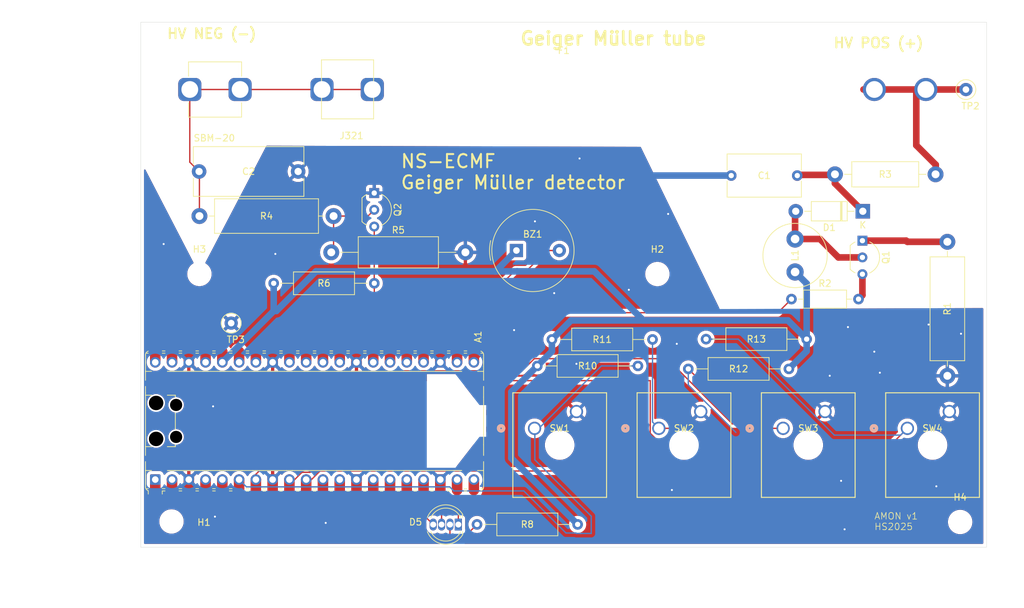
<source format=kicad_pcb>
(kicad_pcb (version 20241229) (generator "pcbnew") (generator_version "9.0")
  (layers (0 "F.Cu" signal) (2 "B.Cu" signal) (13 "F.Paste" user) (15 "B.Paste" user) (5 "F.SilkS" user "F.Silkscreen") (7 "B.SilkS" user "B.Silkscreen") (1 "F.Mask" user) (3 "B.Mask" user) (25 "Edge.Cuts" user))
  (net 0 "")
  (net 5 "GND")
  (net 7 "PWM_HV")
  (net 8 "SW_3")
  (net 9 "+3.3V")
  (net 12 "LED_R")
  (net 14 "SW_2")
  (net 15 "SW_4")
  (net 17 "LED_B")
  (net 19 "SW_1")
  (net 21 "LED_G")
  (net 27 "BUZZER")
  (net 29 "INT_GM")
  (net 30 "Net-(D1-K)")
  (net 31 "HV_tube_-")
  (net 32 "Net-(D1-A)")
  (net 33 "Net-(D5-A)")
  (net 34 "HV_TUBE_+")
  (net 35 "Net-(Q1-E)")
  (net 36 "Net-(Q1-B)")
  (net 37 "Net-(Q2-B)")
  (footprint "MountingHole:MountingHole_3.2mm_M3_ISO14580" (layer "F.Cu") (at 197.2 69.55)
    (property "Reference" "H2")
    (property "Value" "MountingHole")
  )
  (footprint "Resistor_THT:R_Axial_DIN0207_L6.3mm_D2.5mm_P10.16mm_Horizontal" (layer "F.Cu") (at 217.51 73.35)
    (property "Reference" "R2")
    (property "Value" "300")
  )
  (footprint "Module:RaspberryPi_Pico_Common_Unspecified" (layer "F.Cu") (at 145.27 91.82 90)
    (property "Reference" "A1")
    (property "Value" "RaspberryPi_Pico_W")
  )
  (footprint "Resistor_THT:R_Axial_DIN0516_L15.5mm_D5.0mm_P20.32mm_Horizontal" (layer "F.Cu") (at 241.13 64.66 -90)
    (property "Reference" "R1")
    (property "Value" "22")
  )
  (footprint "Fuse:SBM-20_GM_holder" (layer "F.Cu") (at 126.37 41.57)
    (property "Reference" "F1")
    (property "Value" "Fuse_Small")
  )
  (footprint "Resistor_THT:R_Axial_DIN0309_L9.0mm_D3.2mm_P15.24mm_Horizontal" (layer "F.Cu") (at 139.08 70.95)
    (property "Reference" "R6")
    (property "Value" "10k")
  )
  (footprint "TestPoint:TestPoint_Loop_D2.50mm_Drill1.0mm" (layer "F.Cu") (at 243.94 41.58)
    (property "Reference" "TP2")
    (property "Value" "TestPoint")
  )
  (footprint "Capacitor_THT:C_Rect_L16.5mm_W7.3mm_P15.00mm_MKT" (layer "F.Cu") (at 127.78 54)
    (property "Reference" "C2")
    (property "Value" "220pF")
  )
  (footprint "LED_THT:LED_D5.0mm-4_RGB" (layer "F.Cu") (at 167.05 107.53 180)
    (property "Reference" "D5")
    (property "Value" "LED_ABGR")
  )
  (footprint "Library_KIcad:SW_CPG151101S03_ADA" (layer "F.Cu") (at 216.248233 92.94)
    (property "Reference" "SW3")
    (property "Value" "SW_Push")
  )
  (footprint "Diode_THT:D_DO-41_SOD81_P10.16mm_Horizontal" (layer "F.Cu") (at 228.32 60.03 180)
    (property "Reference" "D1")
    (property "Value" "1N4937")
  )
  (footprint "Resistor_THT:R_Axial_DIN0516_L15.5mm_D5.0mm_P20.32mm_Horizontal" (layer "F.Cu") (at 127.83 60.76)
    (property "Reference" "R4")
    (property "Value" "22k")
  )
  (footprint "Resistor_THT:R_Axial_DIN0309_L9.0mm_D3.2mm_P15.24mm_Horizontal" (layer "F.Cu") (at 204.5749 79.42)
    (property "Reference" "R13")
    (property "Value" "10K")
  )
  (footprint "Library_KIcad:SW_CPG151101S03_ADA" (layer "F.Cu") (at 197.421567 92.94)
    (property "Reference" "SW2")
    (property "Value" "SW_Push")
  )
  (footprint "Resistor_THT:R_Axial_DIN0309_L9.0mm_D3.2mm_P15.24mm_Horizontal" (layer "F.Cu") (at 185.12 107.51 180)
    (property "Reference" "R8")
    (property "Value" "10k")
  )
  (footprint "Resistor_THT:R_Axial_DIN0309_L9.0mm_D3.2mm_P15.24mm_Horizontal" (layer "F.Cu") (at 196.4649 79.47 180)
    (property "Reference" "R11")
    (property "Value" "10K")
  )
  (footprint "Resistor_THT:R_Axial_DIN0411_L9.9mm_D3.6mm_P15.24mm_Horizontal" (layer "F.Cu") (at 239.34 54.43 180)
    (property "Reference" "R3")
    (property "Value" "4.7M")
  )
  (footprint "Package_TO_SOT_THT:TO-92_Inline_Wide" (layer "F.Cu") (at 154.31 57.27 -90)
    (property "Reference" "Q2")
    (property "Value" "2N3904")
  )
  (footprint "TestPoint:TestPoint_Loop_D2.50mm_Drill1.0mm" (layer "F.Cu") (at 132.64 76.99)
    (property "Reference" "TP3")
    (property "Value" "TestPoint")
  )
  (footprint "Library_KIcad:SW_CPG151101S03_ADA" (layer "F.Cu") (at 178.5949 92.94)
    (property "Reference" "SW1")
    (property "Value" "SW_Push")
  )
  (footprint "Resistor_THT:R_Axial_DIN0309_L9.0mm_D3.2mm_P15.24mm_Horizontal" (layer "F.Cu") (at 201.8849 83.93)
    (property "Reference" "R12")
    (property "Value" "10K")
  )
  (footprint "Library_KIcad:SW_CPG151101S03_ADA" (layer "F.Cu") (at 235.0749 92.94)
    (property "Reference" "SW4")
    (property "Value" "SW_Push")
  )
  (footprint "MountingHole:MountingHole_3.2mm_M3_ISO14580" (layer "F.Cu") (at 123.6 107.06)
    (property "Reference" "H1")
    (property "Value" "MountingHole")
  )
  (footprint "MountingHole:MountingHole_3.2mm_M3_ISO14580" (layer "F.Cu") (at 127.83 69.54)
    (property "Reference" "H3")
    (property "Value" "MountingHole")
  )
  (footprint "Package_TO_SOT_THT:TO-92_Inline_Wide" (layer "F.Cu") (at 228.26 64.49 -90)
    (property "Reference" "Q1")
    (property "Value" "MJE13003")
  )
  (footprint "Capacitor_THT:C_Rect_L11.0mm_W6.3mm_P10.00mm_MKT" (layer "F.Cu") (at 218.39 54.62 180)
    (property "Reference" "C1")
    (property "Value" "0.01uF")
  )
  (footprint "Buzzer_Beeper:Buzzer_TDK_PS1240P02BT_D12.2mm_H6.5mm" (layer "F.Cu") (at 175.85 65.98)
    (property "Reference" "BZ1")
    (property "Value" "Buzzer")
  )
  (footprint "Resistor_THT:R_Axial_DIN0414_L11.9mm_D4.5mm_P20.32mm_Horizontal" (layer "F.Cu") (at 147.8 66.26)
    (property "Reference" "R5")
    (property "Value" "100k")
  )
  (footprint "MountingHole:MountingHole_3.2mm_M3_ISO14580" (layer "F.Cu") (at 243.07 107.14)
    (property "Reference" "H4")
    (property "Value" "MountingHole")
  )
  (footprint "Inductor_THT:L_Radial_D9.5mm_P5.00mm_Fastron_07HVP" (layer "F.Cu") (at 218.06 64.24 -90)
    (property "Reference" "L1")
    (property "Value" "10mH")
  )
  (footprint "Resistor_THT:R_Axial_DIN0309_L9.0mm_D3.2mm_P15.24mm_Horizontal" (layer "F.Cu") (at 194.2549 83.48 180)
    (property "Reference" "R10")
    (property "Value" "10K")
  )
  (gr_rect (start 118.93 31.38) (end 247.07 110.96) (stroke (width 0.05)) (fill no) (layer "Edge.Cuts"))
  (gr_text "NS-ECMF \nGeiger Müller detector" (at 158.18 56.84 0) (layer "F.SilkS") (effects (font (size 2 2) (thickness 0.3)) (justify left bottom)))
  (gr_text "HV POS (+)" (at 223.76 35.39 0) (layer "F.SilkS") (effects (font (size 1.5 1.5) (thickness 0.3) (bold yes)) (justify left bottom)))
  (gr_text "AMON v1\nHS2025\n" (at 230.02 108.44 0) (layer "F.SilkS") (effects (font (size 1 1) (thickness 0.1)) (justify left bottom)))
  (gr_text "Geiger Müller tube" (at 176.24 35.01 0) (layer "F.SilkS") (effects (font (size 2 2) (thickness 0.4) (bold yes)) (justify left bottom)))
  (gr_text "HV NEG (-)" (at 122.79 33.98 0) (layer "F.SilkS") (effects (font (size 1.5 1.5) (thickness 0.3) (bold yes)) (justify left bottom)))
  (via (at 225.03 100.9) (size 0.6) (drill 0.3) (layers "F.Cu" "B.Cu") (net 5))
  (via (at 181.571708 72.445269) (size 0.6) (drill 0.3) (layers "F.Cu" "B.Cu") (net 5))
  (via (at 139.33 66.5) (size 0.6) (drill 0.3) (layers "F.Cu" "B.Cu") (net 5))
  (via (at 129.9 89.61) (size 0.6) (drill 0.3) (layers "F.Cu" "B.Cu") (net 5))
  (via (at 223.31 84.97) (size 0.6) (drill 0.3) (layers "F.Cu" "B.Cu") (net 5))
  (via (at 243.1941 78.6) (size 0.6) (drill 0.3) (layers "F.Cu" "B.Cu") (net 5))
  (via (at 146.96 107.28) (size 0.6) (drill 0.3) (layers "F.Cu" "B.Cu") (net 5))
  (via (at 239.46 101.73) (size 0.6) (drill 0.3) (layers "F.Cu" "B.Cu") (net 5))
  (via (at 184.94 83.16) (size 0.6) (drill 0.3) (layers "F.Cu" "B.Cu") (net 5))
  (via (at 192.88 71.94) (size 0.6) (drill 0.3) (layers "F.Cu" "B.Cu") (net 5))
  (via (at 130.18 106.33) (size 0.6) (drill 0.3) (layers "F.Cu" "B.Cu") (net 5))
  (via (at 198.83 60.44) (size 0.6) (drill 0.3) (layers "F.Cu" "B.Cu") (net 5))
  (via (at 230.06 81.32) (size 0.6) (drill 0.3) (layers "F.Cu" "B.Cu") (net 5))
  (via (at 226.07 77.59) (size 0.6) (drill 0.3) (layers "F.Cu" "B.Cu") (net 5))
  (via (at 163.67611 55.447256) (size 0.6) (drill 0.3) (layers "F.Cu" "B.Cu") (net 5))
  (via (at 199.4 102.29) (size 0.6) (drill 0.3) (layers "F.Cu" "B.Cu") (net 5))
  (via (at 225.56 108.25) (size 0.6) (drill 0.3) (layers "F.Cu" "B.Cu") (net 5))
  (via (at 175.4949 78.05) (size 0.6) (drill 0.3) (layers "F.Cu" "B.Cu") (net 5))
  (via (at 122.41 65) (size 0.6) (drill 0.3) (layers "F.Cu" "B.Cu") (net 5))
  (via (at 238.28 77.21) (size 0.6) (drill 0.3) (layers "F.Cu" "B.Cu") (net 5))
  (via (at 200.14 80.13) (size 0.6) (drill 0.3) (layers "F.Cu" "B.Cu") (net 5))
  (via (at 178.654557 61.562053) (size 0.6) (drill 0.3) (layers "F.Cu" "B.Cu") (net 5))
  (via (at 185.41 52.03) (size 0.6) (drill 0.3) (layers "F.Cu" "B.Cu") (net 5))
  (via (at 230.9 84.51) (size 0.6) (drill 0.3) (layers "F.Cu" "B.Cu") (net 5))
  (segment (start 174.68 54.62) (end 171.16 58.14) (width 1) (layer "B.Cu") (net 5))
  (segment (start 171.16 58.14) (end 171.16 60.46) (width 1) (layer "B.Cu") (net 5))
  (segment (start 208.39 54.62) (end 174.68 54.62) (width 1) (layer "B.Cu") (net 5))
  (segment (start 169.4 82.93) (end 176.92 75.41) (width 0.2) (layer "F.Cu") (net 7))
  (segment (start 215.45 75.41) (end 217.51 73.35) (width 0.2) (layer "F.Cu") (net 7))
  (segment (start 176.92 75.41) (end 215.45 75.41) (width 0.2) (layer "F.Cu") (net 7))
  (segment (start 144.59466 99.609) (end 158.49366 85.71) (width 0.2) (layer "F.Cu") (net 8))
  (segment (start 158.49366 85.71) (end 162.169 85.71) (width 0.2) (layer "F.Cu") (net 8))
  (segment (start 210.7953 92.8404) (end 201.8849 83.93) (width 0.2) (layer "F.Cu") (net 8))
  (segment (start 143.361 99.609) (end 144.59466 99.609) (width 0.2) (layer "F.Cu") (net 8))
  (segment (start 200.260278 97.8249) (end 207.236759 97.8249) (width 0.2) (layer "F.Cu") (net 8))
  (segment (start 210.7953 92.98) (end 210.7953 92.8404) (width 0.2) (layer "F.Cu") (net 8))
  (segment (start 166.651731 84.619) (end 167.742731 85.71) (width 0.2) (layer "F.Cu") (net 8))
  (segment (start 210.7953 94.266359) (end 210.7953 92.98) (width 0.2) (layer "F.Cu") (net 8))
  (segment (start 162.169 84.678164) (end 162.228164 84.619) (width 0.2) (layer "F.Cu") (net 8))
  (segment (start 210.8353 92.94) (end 210.7953 92.98) (width 0.2) (layer "F.Cu") (net 8))
  (segment (start 141.46 101.51) (end 143.361 99.609) (width 0.2) (layer "F.Cu") (net 8))
  (segment (start 196.117267 85.71) (end 196.117267 93.681889) (width 0.2) (layer "F.Cu") (net 8))
  (segment (start 167.742731 85.71) (end 196.117267 85.71) (width 0.2) (layer "F.Cu") (net 8))
  (segment (start 207.236759 97.8249) (end 210.7953 94.266359) (width 0.2) (layer "F.Cu") (net 8))
  (segment (start 216.248233 92.94) (end 210.8353 92.94) (width 0.2) (layer "F.Cu") (net 8))
  (segment (start 162.228164 84.619) (end 166.651731 84.619) (width 0.2) (layer "F.Cu") (net 8))
  (segment (start 196.117267 93.681889) (end 200.260278 97.8249) (width 0.2) (layer "F.Cu") (net 8))
  (segment (start 162.169 85.71) (end 162.169 84.678164) (width 0.2) (layer "F.Cu") (net 8))
  (segment (start 201.8849 83.93) (end 201.8849 86.3549) (width 0.2) (layer "B.Cu") (net 8))
  (segment (start 201.8849 86.3549) (end 209.09 93.56) (width 0.2) (layer "B.Cu") (net 8))
  (segment (start 218.06 69.24) (end 219.8149 70.9949) (width 1) (layer "B.Cu") (net 9))
  (segment (start 187.64 69.14) (end 195.08 76.58) (width 1) (layer "B.Cu") (net 9))
  (segment (start 175.97 69.14) (end 187.64 69.14) (width 1) (layer "B.Cu") (net 9))
  (segment (start 219.8149 79.42) (end 219.8149 81.24) (width 1) (layer "B.Cu") (net 9))
  (segment (start 172.69 69.14) (end 175.85 65.98) (width 1) (layer "B.Cu") (net 9))
  (segment (start 195.08 76.58) (end 197.44 76.58) (width 1) (layer "B.Cu") (net 9))
  (segment (start 139.08 75.15) (end 139.48 75.15) (width 1) (layer "B.Cu") (net 9))
  (segment (start 139.08 75.15) (end 139.08 70.95) (width 1) (layer "B.Cu") (net 9))
  (segment (start 172.68 69.14) (end 172.69 69.14) (width 1) (layer "B.Cu") (net 9))
  (segment (start 184.1149 76.58) (end 181.2249 79.47) (width 1) (layer "B.Cu") (net 9))
  (segment (start 181.2249 81.27) (end 179.0149 83.48) (width 1) (layer "B.Cu") (net 9))
  (segment (start 216.9749 76.58) (end 197.44 76.58) (width 1) (layer "B.Cu") (net 9))
  (segment (start 219.8149 79.42) (end 216.9749 76.58) (width 1) (layer "B.Cu") (net 9))
  (segment (start 131.3 82.93) (end 139.08 75.15) (width 1) (layer "B.Cu") (net 9))
  (segment (start 219.8149 70.9949) (end 219.8149 79.42) (width 1) (layer "B.Cu") (net 9))
  (segment (start 175.08 97.47) (end 185.12 107.51) (width 1) (layer "B.Cu") (net 9))
  (segment (start 172.68 69.14) (end 175.97 69.14) (width 1) (layer "B.Cu") (net 9))
  (segment (start 179.0149 83.48) (end 175.08 87.4149) (width 1) (layer "B.Cu") (net 9))
  (segment (start 175.08 87.4149) (end 175.08 97.47) (width 1) (layer "B.Cu") (net 9))
  (segment (start 219.8149 81.24) (end 217.1249 83.93) (width 1) (layer "B.Cu") (net 9))
  (segment (start 197.44 76.58) (end 184.1149 76.58) (width 1) (layer "B.Cu") (net 9))
  (segment (start 139.48 75.15) (end 145.49 69.14) (width 1) (layer "B.Cu") (net 9))
  (segment (start 181.2249 79.47) (end 181.2249 81.27) (width 1) (layer "B.Cu") (net 9))
  (segment (start 145.49 69.14) (end 172.68 69.14) (width 1) (layer "B.Cu") (net 9))
  (segment (start 161.78 106.07) (end 163.24 107.53) (width 0.2) (layer "F.Cu") (net 12))
  (segment (start 161.78 101.51) (end 161.78 106.07) (width 0.2) (layer "F.Cu") (net 12))
  (segment (start 206.625441 92.94) (end 197.421567 92.94) (width 0.2) (layer "F.Cu") (net 14))
  (segment (start 146.1425 90.1475) (end 136.38 99.91) (width 0.2) (layer "F.Cu") (net 14))
  (segment (start 210.3943 93.019741) (end 209.630259 92.2557) (width 0.2) (layer "F.Cu") (net 14))
  (segment (start 136.38 99.91) (end 136.38 101.51) (width 0.2) (layer "F.Cu") (net 14))
  (segment (start 208.549741 92.2557) (end 198.673041 82.379) (width 0.2) (layer "F.Cu") (net 14))
  (segment (start 209.630259 92.2557) (end 208.549741 92.2557) (width 0.2) (layer "F.Cu") (net 14))
  (segment (start 178.55885 82.379) (end 176.71985 84.218) (width 0.2) (layer "F.Cu") (net 14))
  (segment (start 151.836714 90.1475) (end 146.1425 90.1475) (width 0.2) (layer "F.Cu") (net 14))
  (segment (start 210.3943 94.100259) (end 210.3943 93.019741) (width 0.2) (layer "F.Cu") (net 14))
  (segment (start 209.630259 94.8643) (end 210.3943 94.100259) (width 0.2) (layer "F.Cu") (net 14))
  (segment (start 206.625441 92.94) (end 208.549741 94.8643) (width 0.2) (layer "F.Cu") (net 14))
  (segment (start 157.766214 84.218) (end 151.836714 90.1475) (width 0.2) (layer "F.Cu") (net 14))
  (segment (start 198.673041 82.379) (end 178.55885 82.379) (width 0.2) (layer "F.Cu") (net 14))
  (segment (start 208.549741 94.8643) (end 209.630259 94.8643) (width 0.2) (layer "F.Cu") (net 14))
  (segment (start 176.71985 84.218) (end 157.766214 84.218) (width 0.2) (layer "F.Cu") (net 14))
  (segment (start 196.4649 79.47) (end 196.4649 91.983333) (width 0.2) (layer "B.Cu") (net 14))
  (segment (start 196.4649 91.983333) (end 197.421567 92.94) (width 0.2) (layer "B.Cu") (net 14))
  (segment (start 146.1 99.41) (end 228.6049 99.41) (width 0.2) (layer "F.Cu") (net 15))
  (segment (start 144 101.51) (end 146.1 99.41) (width 0.2) (layer "F.Cu") (net 15))
  (segment (start 228.6049 99.41) (end 235.0749 92.94) (width 0.2) (layer "F.Cu") (net 15))
  (segment (start 224 93.97) (end 234.0449 93.97) (width 0.2) (layer "B.Cu") (net 15))
  (segment (start 209.45 79.42) (end 224 93.97) (width 0.2) (layer "B.Cu") (net 15))
  (segment (start 234.0449 93.97) (end 235.0749 92.94) (width 0.2) (layer "B.Cu") (net 15))
  (segment (start 204.5749 79.42) (end 209.45 79.42) (width 0.2) (layer "B.Cu") (net 15))
  (segment (start 167.05 105.89) (end 169.4 103.54) (width 0.2) (layer "F.Cu") (net 17))
  (segment (start 167.05 107.53) (end 167.05 105.89) (width 0.2) (layer "F.Cu") (net 17))
  (segment (start 169.4 101.51) (end 169.4 102.33) (width 0.2) (layer "F.Cu") (net 17))
  (segment (start 169.4 103.54) (end 169.4 101.51) (width 0.2) (layer "F.Cu") (net 17))
  (segment (start 187.18 106.26) (end 187.18 108.88) (width 0.2) (layer "B.Cu") (net 19))
  (segment (start 184.86295 108.81) (end 183.35 108.81) (width 0.2) (layer "B.Cu") (net 19))
  (segment (start 194.2549 83.48) (end 188.72 83.48) (width 0.2) (layer "B.Cu") (net 19))
  (segment (start 183.35 108.81) (end 176.97 102.43) (width 0.2) (layer "B.Cu") (net 19))
  (segment (start 187.18 108.88) (end 184.93295 108.88) (width 0.2) (layer "B.Cu") (net 19))
  (segment (start 176.97 102.43) (end 166.35705 102.43) (width 0.2) (layer "B.Cu") (net 19))
  (segment (start 178.64 97.72) (end 187.18 106.26) (width 0.2) (layer "B.Cu") (net 19))
  (segment (start 134.946 101.816) (end 133.84 100.71) (width 0.2) (layer "B.Cu") (net 19))
  (segment (start 166.35705 102.43) (end 165.74305 101.816) (width 0.2) (layer "B.Cu") (net 19))
  (segment (start 165.74305 101.816) (end 134.946 101.816) (width 0.2) (layer "B.Cu") (net 19))
  (segment (start 188.72 83.48) (end 178.64 93.56) (width 0.2) (layer "B.Cu") (net 19))
  (segment (start 184.93295 108.88) (end 184.86295 108.81) (width 0.2) (layer "B.Cu") (net 19))
  (segment (start 178.64 93.56) (end 178.64 97.72) (width 0.2) (layer "B.Cu") (net 19))
  (segment (start 166.86 102.77) (end 164.51 105.12) (width 0.2) (layer "F.Cu") (net 21))
  (segment (start 164.51 105.12) (end 164.51 107.53) (width 0.2) (layer "F.Cu") (net 21))
  (segment (start 166.86 101.51) (end 166.86 102.77) (width 0.2) (layer "F.Cu") (net 21))
  (segment (start 175.465 69.195) (end 175.32 69.34) (width 0.2) (layer "F.Cu") (net 27))
  (segment (start 168.55 76.11) (end 157.66 76.11) (width 0.2) (layer "F.Cu") (net 27))
  (segment (start 175.73 68.93) (end 175.32 69.34) (width 0.2) (layer "F.Cu") (net 27))
  (segment (start 157.66 76.11) (end 154.16 79.61) (width 0.2) (layer "F.Cu") (net 27))
  (segment (start 175.32 69.34) (end 168.55 76.11) (width 0.2) (layer "F.Cu") (net 27))
  (segment (start 175.5 69.16) (end 175.465 69.195) (width 0.2) (layer "F.Cu") (net 27))
  (segment (start 177.52 68.93) (end 175.73 68.93) (width 0.2) (layer "F.Cu") (net 27))
  (segment (start 180.47 65.98) (end 177.52 68.93) (width 0.2) (layer "F.Cu") (net 27))
  (segment (start 175.5 69.14) (end 175.5 69.16) (width 0.2) (layer "F.Cu") (net 27))
  (segment (start 154.16 79.61) (end 154.16 82.13) (width 0.2) (layer "F.Cu") (net 27))
  (segment (start 182.35 65.98) (end 180.47 65.98) (width 0.2) (layer "F.Cu") (net 27))
  (segment (start 154.32 73.6) (end 149.08 78.84) (width 0.2) (layer "F.Cu") (net 29))
  (segment (start 149.08 78.84) (end 149.08 82.13) (width 0.2) (layer "F.Cu") (net 29))
  (segment (start 154.32 70.95) (end 154.32 73.6) (width 0.2) (layer "F.Cu") (net 29))
  (segment (start 154.31 62.12) (end 154.31 70.94) (width 0.2) (layer "F.Cu") (net 29))
  (segment (start 154.31 70.94) (end 154.32 70.95) (width 0.2) (layer "F.Cu") (net 29))
  (segment (start 224.1 54.43) (end 224.1 55.81) (width 1) (layer "F.Cu") (net 30))
  (segment (start 218.39 54.62) (end 218.39 54.92) (width 1) (layer "F.Cu") (net 30))
  (segment (start 224.01 54.52) (end 218.49 54.52) (width 1) (layer "F.Cu") (net 30))
  (segment (start 224.1 55.81) (end 228.32 60.03) (width 1) (layer "F.Cu") (net 30))
  (segment (start 218.49 54.52) (end 218.39 54.62) (width 1) (layer "F.Cu") (net 30))
  (segment (start 224.1 54.43) (end 224.01 54.52) (width 1) (layer "F.Cu") (net 30))
  (segment (start 218.39 54.92) (end 218.37 54.94) (width 1) (layer "F.Cu") (net 30))
  (segment (start 127.83 60.76) (end 127.83 54.05) (width 0.2) (layer "F.Cu") (net 31))
  (segment (start 127.83 54.05) (end 127.78 54) (width 0.2) (layer "F.Cu") (net 31))
  (segment (start 126.37 41.57) (end 133.99 41.57) (width 0.2) (layer "F.Cu") (net 31))
  (segment (start 126.37 52.59) (end 127.78 54) (width 0.2) (layer "F.Cu") (net 31))
  (segment (start 126.37 41.57) (end 126.37 52.59) (width 0.2) (layer "F.Cu") (net 31))
  (segment (start 154.02 41.57) (end 133.99 41.57) (width 0.2) (layer "F.Cu") (net 31))
  (segment (start 224.62 67.03) (end 228.26 67.03) (width 1) (layer "F.Cu") (net 32))
  (segment (start 218.06 60.13) (end 218.16 60.03) (width 1) (layer "F.Cu") (net 32))
  (segment (start 218.06 64.24) (end 221.83 64.24) (width 1) (layer "F.Cu") (net 32))
  (segment (start 218.06 64.24) (end 218.06 60.13) (width 1) (layer "F.Cu") (net 32))
  (segment (start 221.83 64.24) (end 224.62 67.03) (width 1) (layer "F.Cu") (net 32))
  (segment (start 165.78 109.1) (end 165.78 107.53) (width 0.2) (layer "F.Cu") (net 33))
  (segment (start 167.45 109.94) (end 166.62 109.94) (width 0.2) (layer "F.Cu") (net 33))
  (segment (start 169.88 107.51) (end 167.45 109.94) (width 0.2) (layer "F.Cu") (net 33))
  (segment (start 166.62 109.94) (end 165.78 109.1) (width 0.2) (layer "F.Cu") (net 33))
  (segment (start 239.37 54.4) (end 239.34 54.43) (width 1) (layer "F.Cu") (net 34))
  (segment (start 236.42 41.57) (end 243.93 41.57) (width 1) (layer "F.Cu") (net 34))
  (segment (start 236.42 41.57) (end 236.42 50.03) (width 1) (layer "F.Cu") (net 34))
  (segment (start 228.42 41.57) (end 236.42 41.57) (width 1) (layer "F.Cu") (net 34))
  (segment (start 236.42 50.03) (end 239.37 52.98) (width 1) (layer "F.Cu") (net 34))
  (segment (start 239.37 52.98) (end 239.37 54.4) (width 1) (layer "F.Cu") (net 34))
  (segment (start 243.93 41.57) (end 243.94 41.58) (width 1) (layer "F.Cu") (net 34))
  (segment (start 235.06 64.66) (end 241.13 64.66) (width 1) (layer "F.Cu") (net 35))
  (segment (start 228.26 64.49) (end 234.89 64.49) (width 1) (layer "F.Cu") (net 35))
  (segment (start 234.89 64.49) (end 235.06 64.66) (width 1) (layer "F.Cu") (net 35))
  (segment (start 228.26 69.57) (end 228.26 72.76) (width 1) (layer "F.Cu") (net 36))
  (segment (start 228.26 72.76) (end 227.67 73.35) (width 1) (layer "F.Cu") (net 36))
  (segment (start 148.15 60.76) (end 153.36 60.76) (width 0.2) (layer "F.Cu") (net 37))
  (segment (start 148.15 60.76) (end 148.15 65.91) (width 0.2) (layer "F.Cu") (net 37))
  (segment (start 153.36 60.76) (end 154.31 59.81) (width 0.2) (layer "F.Cu") (net 37))
  (segment (start 148.15 65.91) (end 147.8 66.26) (width 0.2) (layer "F.Cu") (net 37))
  (zone (net 5) (net_name "GND") (layer "F.Cu") (connect_pads (clearance 0.5)) (min_thickness 0.25) (fill yes (thermal_gap 0.5) (thermal_bridge_width 0.5))
    (polygon (pts (xy 117.838676 29.163126) (xy 248.738676 28.003126) (xy 249.468676 115.413126) (xy 113.348676 112.373126)))
  )
  (zone (net 0) (net_name "") (layers "F.Cu" "B.Cu") (connect_pads (clearance 0)) (min_thickness 0.25)
    (keepout (tracks allowed) (vias allowed) (pads allowed) (copperpour not_allowed) (footprints allowed))
    (fill (thermal_gap 0.5) (thermal_bridge_width 0.5))
    (polygon (pts (xy 248.864173 28.595598) (xy 117.838676 29.163126) (xy 117.348032 49.286056) (xy 127.83 69.54) (xy 137.99 50.09) (xy 194.67 50.26) (xy 206.65 74.86) (xy 248.21 74.7)))
  )
  (zone (net 5) (net_name "GND") (layer "B.Cu") (priority 1) (connect_pads (clearance 0.5)) (min_thickness 0.25) (fill yes (thermal_gap 0.5) (thermal_bridge_width 0.5))
    (polygon (pts (xy 109.704173 28.445598) (xy 248.864173 28.595598) (xy 250.894173 120.205598) (xy 111.154173 114.555598) (xy 102.164173 114.555598)))
  )
)
</source>
